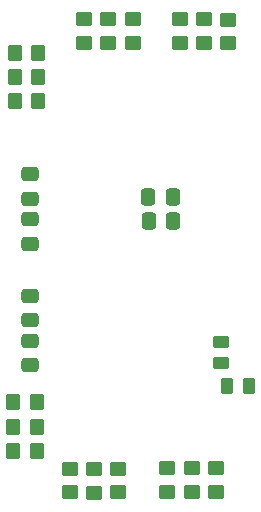
<source format=gbp>
G04 #@! TF.GenerationSoftware,KiCad,Pcbnew,(6.0.6)*
G04 #@! TF.CreationDate,2022-08-29T16:25:24+02:00*
G04 #@! TF.ProjectId,optic-transceiver-board-2t6r,6f707469-632d-4747-9261-6e7363656976,rev?*
G04 #@! TF.SameCoordinates,Original*
G04 #@! TF.FileFunction,Paste,Bot*
G04 #@! TF.FilePolarity,Positive*
%FSLAX46Y46*%
G04 Gerber Fmt 4.6, Leading zero omitted, Abs format (unit mm)*
G04 Created by KiCad (PCBNEW (6.0.6)) date 2022-08-29 16:25:24*
%MOMM*%
%LPD*%
G01*
G04 APERTURE LIST*
G04 Aperture macros list*
%AMRoundRect*
0 Rectangle with rounded corners*
0 $1 Rounding radius*
0 $2 $3 $4 $5 $6 $7 $8 $9 X,Y pos of 4 corners*
0 Add a 4 corners polygon primitive as box body*
4,1,4,$2,$3,$4,$5,$6,$7,$8,$9,$2,$3,0*
0 Add four circle primitives for the rounded corners*
1,1,$1+$1,$2,$3*
1,1,$1+$1,$4,$5*
1,1,$1+$1,$6,$7*
1,1,$1+$1,$8,$9*
0 Add four rect primitives between the rounded corners*
20,1,$1+$1,$2,$3,$4,$5,0*
20,1,$1+$1,$4,$5,$6,$7,0*
20,1,$1+$1,$6,$7,$8,$9,0*
20,1,$1+$1,$8,$9,$2,$3,0*%
G04 Aperture macros list end*
%ADD10RoundRect,0.250000X0.350000X0.450000X-0.350000X0.450000X-0.350000X-0.450000X0.350000X-0.450000X0*%
%ADD11RoundRect,0.250000X0.450000X-0.350000X0.450000X0.350000X-0.450000X0.350000X-0.450000X-0.350000X0*%
%ADD12RoundRect,0.250000X0.475000X-0.337500X0.475000X0.337500X-0.475000X0.337500X-0.475000X-0.337500X0*%
%ADD13RoundRect,0.250000X-0.450000X0.350000X-0.450000X-0.350000X0.450000X-0.350000X0.450000X0.350000X0*%
%ADD14RoundRect,0.250000X-0.337500X-0.475000X0.337500X-0.475000X0.337500X0.475000X-0.337500X0.475000X0*%
%ADD15RoundRect,0.250000X-0.262500X-0.450000X0.262500X-0.450000X0.262500X0.450000X-0.262500X0.450000X0*%
%ADD16RoundRect,0.250000X0.450000X-0.262500X0.450000X0.262500X-0.450000X0.262500X-0.450000X-0.262500X0*%
%ADD17RoundRect,0.250000X-0.350000X-0.450000X0.350000X-0.450000X0.350000X0.450000X-0.350000X0.450000X0*%
%ADD18RoundRect,0.250000X-0.475000X0.337500X-0.475000X-0.337500X0.475000X-0.337500X0.475000X0.337500X0*%
G04 APERTURE END LIST*
D10*
X96961200Y-61852900D03*
X94961200Y-61852900D03*
X96961200Y-57738100D03*
X94961200Y-57738100D03*
X96859600Y-91465400D03*
X94859600Y-91465400D03*
X96850200Y-87350600D03*
X94850200Y-87350600D03*
D11*
X100838000Y-56930800D03*
X100838000Y-54930800D03*
D12*
X96240600Y-84222500D03*
X96240600Y-82147500D03*
D13*
X99618800Y-92980000D03*
X99618800Y-94980000D03*
D14*
X106281400Y-69951600D03*
X108356400Y-69951600D03*
D15*
X112983000Y-85953600D03*
X114808000Y-85953600D03*
D16*
X112420400Y-84023200D03*
X112420400Y-82198200D03*
D14*
X106302900Y-71983600D03*
X108377900Y-71983600D03*
D17*
X94859600Y-89408000D03*
X96859600Y-89408000D03*
D11*
X113030000Y-56946800D03*
X113030000Y-54946800D03*
D13*
X107899200Y-92913200D03*
X107899200Y-94913200D03*
X103682800Y-92964000D03*
X103682800Y-94964000D03*
X102870000Y-54930800D03*
X102870000Y-56930800D03*
D11*
X101650800Y-94998800D03*
X101650800Y-92998800D03*
D13*
X110998000Y-54930800D03*
X110998000Y-56930800D03*
D18*
X96266000Y-71860500D03*
X96266000Y-73935500D03*
D11*
X108966000Y-56930800D03*
X108966000Y-54930800D03*
X104952800Y-56930800D03*
X104952800Y-54930800D03*
D12*
X96240600Y-80387100D03*
X96240600Y-78312100D03*
D11*
X109982000Y-94929200D03*
X109982000Y-92929200D03*
D13*
X112014000Y-92929200D03*
X112014000Y-94929200D03*
D17*
X94961200Y-59770100D03*
X96961200Y-59770100D03*
D12*
X96266000Y-70100100D03*
X96266000Y-68025100D03*
M02*

</source>
